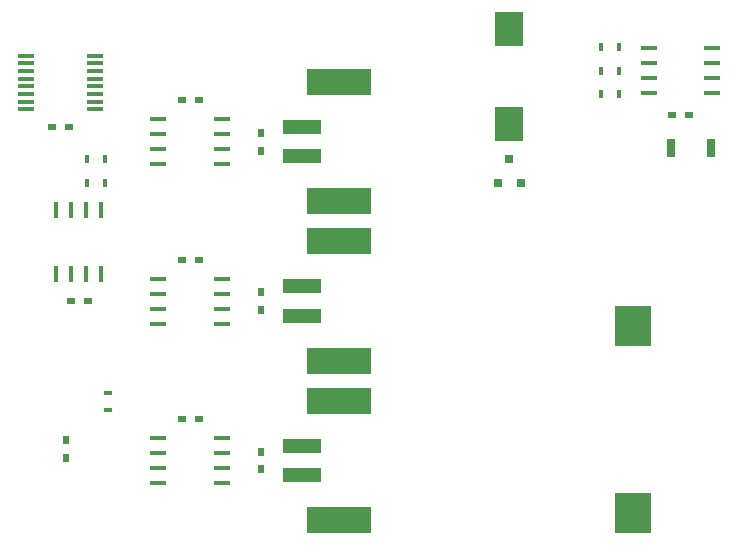
<source format=gbr>
G04 #@! TF.FileFunction,Paste,Top*
%FSLAX46Y46*%
G04 Gerber Fmt 4.6, Leading zero omitted, Abs format (unit mm)*
G04 Created by KiCad (PCBNEW 4.0.5) date Sunday, March 12, 2017 'AMt' 09:42:30 AM*
%MOMM*%
%LPD*%
G01*
G04 APERTURE LIST*
%ADD10C,0.100000*%
%ADD11R,1.410000X0.460000*%
%ADD12R,3.260000X1.260000*%
%ADD13R,5.460000X2.160000*%
%ADD14R,1.360000X0.310000*%
%ADD15R,0.660000X0.610000*%
%ADD16R,0.610000X0.660000*%
%ADD17R,0.360000X0.760000*%
%ADD18R,0.760000X1.560000*%
%ADD19R,0.760000X0.360000*%
%ADD20R,0.460000X1.410000*%
%ADD21R,3.160000X3.360000*%
%ADD22R,2.360000X2.860000*%
%ADD23R,0.660000X0.760000*%
G04 APERTURE END LIST*
D10*
D11*
X46700000Y-63405000D03*
X46700000Y-62135000D03*
X46700000Y-60865000D03*
X46700000Y-59595000D03*
X41300000Y-59595000D03*
X41300000Y-60865000D03*
X41300000Y-62135000D03*
X41300000Y-63405000D03*
D12*
X53420000Y-49250000D03*
X53420000Y-46750000D03*
D13*
X56580000Y-53050000D03*
X56580000Y-42950000D03*
D12*
X53420000Y-62750000D03*
X53420000Y-60250000D03*
D13*
X56580000Y-66550000D03*
X56580000Y-56450000D03*
D12*
X53420000Y-76250000D03*
X53420000Y-73750000D03*
D13*
X56580000Y-80050000D03*
X56580000Y-69950000D03*
D11*
X88200000Y-43905000D03*
X88200000Y-42635000D03*
X88200000Y-41365000D03*
X88200000Y-40095000D03*
X82800000Y-40095000D03*
X82800000Y-41365000D03*
X82800000Y-42635000D03*
X82800000Y-43905000D03*
X46700000Y-49905000D03*
X46700000Y-48635000D03*
X46700000Y-47365000D03*
X46700000Y-46095000D03*
X41300000Y-46095000D03*
X41300000Y-47365000D03*
X41300000Y-48635000D03*
X41300000Y-49905000D03*
X46700000Y-76905000D03*
X46700000Y-75635000D03*
X46700000Y-74365000D03*
X46700000Y-73095000D03*
X41300000Y-73095000D03*
X41300000Y-74365000D03*
X41300000Y-75635000D03*
X41300000Y-76905000D03*
D14*
X35950000Y-45275000D03*
X35950000Y-44625000D03*
X35950000Y-43975000D03*
X35950000Y-43325000D03*
X35950000Y-42675000D03*
X35950000Y-42025000D03*
X35950000Y-41375000D03*
X35950000Y-40725000D03*
X30050000Y-40725000D03*
X30050000Y-41375000D03*
X30050000Y-42025000D03*
X30050000Y-42675000D03*
X30050000Y-43325000D03*
X30050000Y-43975000D03*
X30050000Y-44625000D03*
X30050000Y-45275000D03*
D15*
X33750000Y-46750000D03*
X32250000Y-46750000D03*
X84750000Y-45750000D03*
X86250000Y-45750000D03*
X44750000Y-44500000D03*
X43250000Y-44500000D03*
X44750000Y-58000000D03*
X43250000Y-58000000D03*
X44750000Y-71500000D03*
X43250000Y-71500000D03*
D16*
X50000000Y-47250000D03*
X50000000Y-48750000D03*
X50000000Y-60750000D03*
X50000000Y-62250000D03*
X50000000Y-74250000D03*
X50000000Y-75750000D03*
D17*
X78750000Y-44000000D03*
X80250000Y-44000000D03*
X78750000Y-40000000D03*
X80250000Y-40000000D03*
X78750000Y-42000000D03*
X80250000Y-42000000D03*
D18*
X84660000Y-48500000D03*
X88060000Y-48500000D03*
D19*
X37000000Y-70750000D03*
X37000000Y-69250000D03*
D15*
X33850000Y-61500000D03*
X35350000Y-61500000D03*
D20*
X32595000Y-59200000D03*
X33865000Y-59200000D03*
X35135000Y-59200000D03*
X36405000Y-59200000D03*
X36405000Y-53800000D03*
X35135000Y-53800000D03*
X33865000Y-53800000D03*
X32595000Y-53800000D03*
D21*
X81500000Y-79400000D03*
X81500000Y-63600000D03*
D17*
X36750000Y-49500000D03*
X35250000Y-49500000D03*
X36750000Y-51500000D03*
X35250000Y-51500000D03*
D22*
X71000000Y-38500000D03*
X71000000Y-46500000D03*
D23*
X70050000Y-51500000D03*
X71950000Y-51500000D03*
X71000000Y-49500000D03*
D16*
X33500000Y-74750000D03*
X33500000Y-73250000D03*
M02*

</source>
